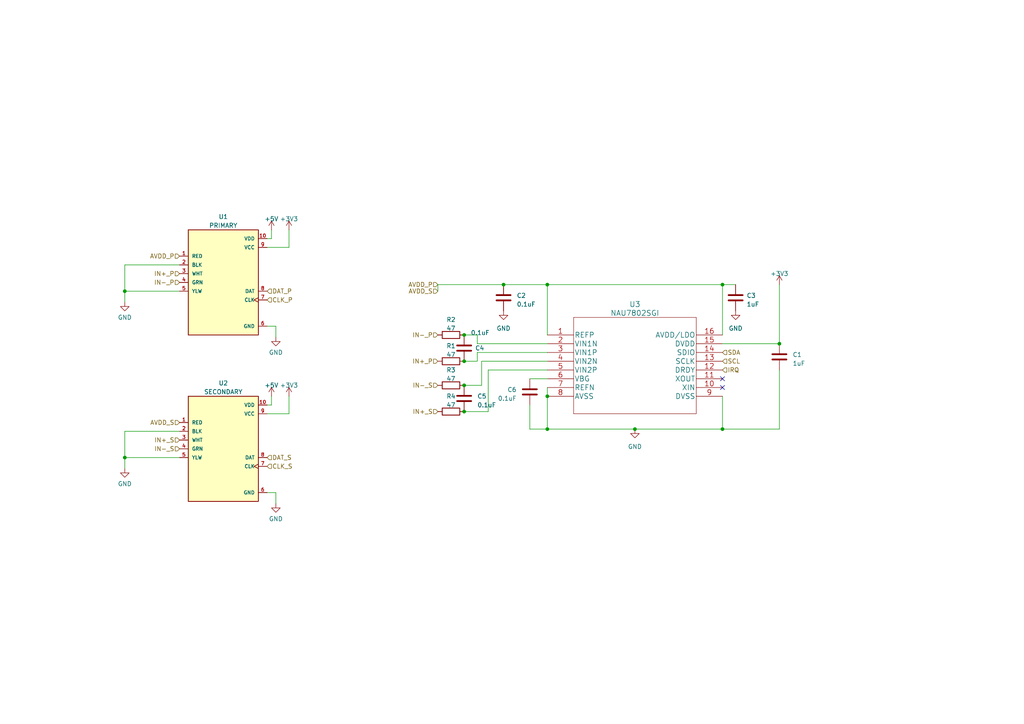
<source format=kicad_sch>
(kicad_sch (version 20230121) (generator eeschema)
  (paper "A4")
  (lib_symbols
    (symbol "Device:C" (pin_numbers hide) (pin_names (offset 0.254))
      (property "Reference" "C" (at 0.635 2.54 0))
      (property "Value" "C" (at 0.635 -2.54 0))
      (symbol "C_0_1"
        (polyline (pts (xy -2.032 -0.762) (xy 2.032 -0.762)) (stroke (width 0.508)))
        (polyline (pts (xy -2.032 0.762) (xy 2.032 0.762)) (stroke (width 0.508)))
      )
      (symbol "C_1_1"
        (pin passive line (at 0 3.81 270) (length 2.794) (name "~") (number "1"))
        (pin passive line (at 0 -3.81 90) (length 2.794) (name "~") (number "2"))
      )
    )
    (symbol "Device:R" (pin_numbers hide) (pin_names (offset 0))
      (property "Reference" "R" (at 2.032 0 90))
      (property "Value" "R" (at 0 0 90))
      (symbol "R_0_1"
        (rectangle (start -1.016 -2.54) (end 1.016 2.54) (stroke (width 0.254)))
      )
      (symbol "R_1_1"
        (pin passive line (at 0 3.81 270) (length 1.27) (name "~") (number "1"))
        (pin passive line (at 0 -3.81 90) (length 1.27) (name "~") (number "2"))
      )
    )
    (symbol "NAU7802SGI:NAU7802SGI" (pin_names (offset 0.254))
      (property "Reference" "U" (at 25.4 10.16 0))
      (property "Value" "NAU7802SGI" (at 25.4 7.62 0))
      (symbol "NAU7802SGI_1_1"
        (polyline (pts (xy 7.62 -22.86) (xy 43.18 -22.86)) (stroke (width 0.127)))
        (polyline (pts (xy 7.62 5.08) (xy 7.62 -22.86)) (stroke (width 0.127)))
        (polyline (pts (xy 43.18 -22.86) (xy 43.18 5.08)) (stroke (width 0.127)))
        (polyline (pts (xy 43.18 5.08) (xy 7.62 5.08)) (stroke (width 0.127)))
        (pin unspecified line (at 0 0 0) (length 7.62) (name "REFP") (number "1"))
        (pin unspecified line (at 50.8 -15.24 180) (length 7.62) (name "XIN") (number "10"))
        (pin output line (at 50.8 -12.7 180) (length 7.62) (name "XOUT") (number "11"))
        (pin unspecified line (at 50.8 -10.16 180) (length 7.62) (name "DRDY") (number "12"))
        (pin unspecified line (at 50.8 -7.62 180) (length 7.62) (name "SCLK") (number "13"))
        (pin unspecified line (at 50.8 -5.08 180) (length 7.62) (name "SDIO") (number "14"))
        (pin power_in line (at 50.8 -2.54 180) (length 7.62) (name "DVDD") (number "15"))
        (pin power_in line (at 50.8 0 180) (length 7.62) (name "AVDD/LDO") (number "16"))
        (pin input line (at 0 -2.54 0) (length 7.62) (name "VIN1N") (number "2"))
        (pin input line (at 0 -5.08 0) (length 7.62) (name "VIN1P") (number "3"))
        (pin input line (at 0 -7.62 0) (length 7.62) (name "VIN2N") (number "4"))
        (pin input line (at 0 -10.16 0) (length 7.62) (name "VIN2P") (number "5"))
        (pin unspecified line (at 0 -12.7 0) (length 7.62) (name "VBG") (number "6"))
        (pin unspecified line (at 0 -15.24 0) (length 7.62) (name "REFN") (number "7"))
        (pin power_in line (at 0 -17.78 0) (length 7.62) (name "AVSS") (number "8"))
        (pin power_in line (at 50.8 -17.78 180) (length 7.62) (name "DVSS") (number "9"))
      )
    )
    (symbol "SEN-13879:SEN-13879" (pin_names (offset 1.016))
      (property "Reference" "U1" (at 0 19.05 0))
      (property "Value" "SEN-13879" (at 0 16.51 0))
      (symbol "SEN-13879_0_0"
        (rectangle (start -10.16 15.24) (end 10.16 -15.24) (stroke (width 0.254)) (fill (type background)))
        (pin bidirectional line (at -12.7 7.62 0) (length 2.54) (name "RED") (number "1"))
        (pin power_in line (at 12.7 12.7 180) (length 2.54) (name "VDD") (number "10"))
        (pin bidirectional line (at -12.7 5.08 0) (length 2.54) (name "BLK") (number "2"))
        (pin input line (at -12.7 2.54 0) (length 2.54) (name "WHT") (number "3"))
        (pin input line (at -12.7 0 0) (length 2.54) (name "GRN") (number "4"))
        (pin bidirectional line (at -12.7 -2.54 0) (length 2.54) (name "YLW") (number "5"))
        (pin power_in line (at 12.7 -12.7 180) (length 2.54) (name "GND") (number "6"))
        (pin input clock (at 12.7 -5.08 180) (length 2.54) (name "CLK") (number "7"))
        (pin output line (at 12.7 -2.54 180) (length 2.54) (name "DAT") (number "8"))
        (pin power_in line (at 12.7 10.16 180) (length 2.54) (name "VCC") (number "9"))
      )
    )
    (symbol "power:+3V3" (power) (pin_names (offset 0))
      (property "Value" "+3V3" (at 0 3.556 0))
      (symbol "+3V3_0_1"
        (polyline (pts (xy -0.762 1.27) (xy 0 2.54)))
        (polyline (pts (xy 0 0) (xy 0 2.54)))
        (polyline (pts (xy 0 2.54) (xy 0.762 1.27)))
      )
      (symbol "+3V3_1_1"
        (pin power_in line (at 0 0 90) (length 0) hide (name "+3V3") (number "1"))
      )
    )
    (symbol "power:+5V" (power) (pin_names (offset 0))
      (property "Value" "+5V" (at 0 3.556 0))
      (symbol "+5V_0_1"
        (polyline (pts (xy -0.762 1.27) (xy 0 2.54)))
        (polyline (pts (xy 0 0) (xy 0 2.54)))
        (polyline (pts (xy 0 2.54) (xy 0.762 1.27)))
      )
      (symbol "+5V_1_1"
        (pin power_in line (at 0 0 90) (length 0) hide (name "+5V") (number "1"))
      )
    )
    (symbol "power:GND" (power) (pin_names (offset 0))
      (property "Value" "GND" (at 0 -3.81 0))
      (symbol "GND_0_1"
        (polyline (pts (xy 0 0) (xy 0 -1.27) (xy 1.27 -1.27) (xy 0 -2.54) (xy -1.27 -1.27) (xy 0 -1.27)))
      )
      (symbol "GND_1_1"
        (pin power_in line (at 0 0 270) (length 0) hide (name "GND") (number "1"))
      )
    )
  )
  (junction (at 146.05 82.55))
  (junction (at 209.55 124.46))
  (junction (at 209.55 82.55))
  (junction (at 158.75 114.935))
  (junction (at 134.62 97.155))
  (junction (at 134.62 111.76))
  (junction (at 36.195 84.455))
  (junction (at 134.62 104.775))
  (junction (at 226.06 99.695))
  (junction (at 134.62 119.38))
  (junction (at 184.15 124.46))
  (junction (at 158.75 124.46))
  (junction (at 36.195 132.715))
  (junction (at 158.75 82.55))
  (no_connect (at 209.55 112.395))
  (no_connect (at 209.55 109.855))
  (wire (pts (xy 138.43 104.775) (xy 134.62 104.775)))
  (wire (pts (xy 138.43 97.155) (xy 134.62 97.155)))
  (wire (pts (xy 36.195 87.63) (xy 36.195 84.455)))
  (wire (pts (xy 141.605 119.38) (xy 134.62 119.38)))
  (wire (pts (xy 36.195 125.095) (xy 36.195 132.715)))
  (wire (pts (xy 158.75 102.235) (xy 138.43 102.235)))
  (wire (pts (xy 36.195 135.89) (xy 36.195 132.715)))
  (wire (pts (xy 83.82 120.015) (xy 77.47 120.015)))
  (wire (pts (xy 139.7 111.76) (xy 134.62 111.76)))
  (wire (pts (xy 158.75 107.315) (xy 141.605 107.315)))
  (wire (pts (xy 36.195 84.455) (xy 52.07 84.455)))
  (wire (pts (xy 83.82 71.755) (xy 77.47 71.755)))
  (wire (pts (xy 80.01 142.875) (xy 77.47 142.875)))
  (wire (pts (xy 78.74 114.935) (xy 78.74 117.475)))
  (wire (pts (xy 158.75 109.855) (xy 153.67 109.855)))
  (wire (pts (xy 78.74 117.475) (xy 77.47 117.475)))
  (wire (pts (xy 209.55 97.155) (xy 209.55 82.55)))
  (wire (pts (xy 78.74 66.675) (xy 78.74 69.215)))
  (wire (pts (xy 138.43 99.695) (xy 138.43 97.155)))
  (wire (pts (xy 153.67 117.475) (xy 153.67 124.46)))
  (wire (pts (xy 139.7 104.775) (xy 139.7 111.76)))
  (wire (pts (xy 158.75 82.55) (xy 209.55 82.55)))
  (wire (pts (xy 226.06 107.315) (xy 226.06 124.46)))
  (wire (pts (xy 52.07 76.835) (xy 36.195 76.835)))
  (wire (pts (xy 36.195 76.835) (xy 36.195 84.455)))
  (wire (pts (xy 213.36 82.55) (xy 209.55 82.55)))
  (wire (pts (xy 80.01 97.79) (xy 80.01 94.615)))
  (wire (pts (xy 153.67 124.46) (xy 158.75 124.46)))
  (wire (pts (xy 52.07 125.095) (xy 36.195 125.095)))
  (wire (pts (xy 158.75 82.55) (xy 158.75 97.155)))
  (wire (pts (xy 209.55 99.695) (xy 226.06 99.695)))
  (wire (pts (xy 80.01 94.615) (xy 77.47 94.615)))
  (wire (pts (xy 226.06 124.46) (xy 209.55 124.46)))
  (wire (pts (xy 158.75 114.935) (xy 158.75 124.46)))
  (wire (pts (xy 83.82 66.675) (xy 83.82 71.755)))
  (wire (pts (xy 139.7 104.775) (xy 158.75 104.775)))
  (wire (pts (xy 127 82.55) (xy 127 84.455)))
  (wire (pts (xy 141.605 107.315) (xy 141.605 119.38)))
  (wire (pts (xy 209.55 124.46) (xy 209.55 114.935)))
  (wire (pts (xy 158.75 124.46) (xy 184.15 124.46)))
  (wire (pts (xy 226.06 82.55) (xy 226.06 99.695)))
  (wire (pts (xy 127 82.55) (xy 146.05 82.55)))
  (wire (pts (xy 158.75 112.395) (xy 158.75 114.935)))
  (wire (pts (xy 83.82 114.935) (xy 83.82 120.015)))
  (wire (pts (xy 146.05 82.55) (xy 158.75 82.55)))
  (wire (pts (xy 36.195 132.715) (xy 52.07 132.715)))
  (wire (pts (xy 78.74 69.215) (xy 77.47 69.215)))
  (wire (pts (xy 138.43 102.235) (xy 138.43 104.775)))
  (wire (pts (xy 158.75 99.695) (xy 138.43 99.695)))
  (wire (pts (xy 80.01 146.05) (xy 80.01 142.875)))
  (wire (pts (xy 184.15 124.46) (xy 209.55 124.46)))
  (hierarchical_label "IN+_P" (shape input) (at 52.07 79.375 180))
  (hierarchical_label "IN+_S" (shape input) (at 127 119.38 180))
  (hierarchical_label "IN-_S" (shape input) (at 127 111.76 180))
  (hierarchical_label "IN-_P" (shape input) (at 52.07 81.915 180))
  (hierarchical_label "AVDD_P" (shape input) (at 52.07 74.295 180))
  (hierarchical_label "IN-_P" (shape input) (at 127 97.155 180))
  (hierarchical_label "IN-_S" (shape input) (at 52.07 130.175 180))
  (hierarchical_label "SCL" (shape input) (at 209.55 104.775 0))
  (hierarchical_label "AVDD_P" (shape input) (at 127 82.55 180))
  (hierarchical_label "SDA" (shape input) (at 209.55 102.235 0))
  (hierarchical_label "IRQ" (shape input) (at 209.55 107.315 0))
  (hierarchical_label "IN+_P" (shape input) (at 127 104.775 180))
  (hierarchical_label "CLK_P" (shape input) (at 77.47 86.995 0))
  (hierarchical_label "IN+_S" (shape input) (at 52.07 127.635 180))
  (hierarchical_label "DAT_S" (shape input) (at 77.47 132.715 0))
  (hierarchical_label "AVDD_S" (shape input) (at 127 84.455 180))
  (hierarchical_label "CLK_S" (shape input) (at 77.47 135.255 0))
  (hierarchical_label "DAT_P" (shape input) (at 77.47 84.455 0))
  (hierarchical_label "AVDD_S" (shape input) (at 52.07 122.555 180))
  (symbol (lib_id "power:+3V3") (at 83.82 66.675 0) (mirror y) (unit 1)
    (property "Reference" "#PWR02" (effects hide))
    (property "Value" "+3V3" (at 83.82 63.5 0))
  )
  (symbol (lib_id "SEN-13879:SEN-13879") (at 64.77 130.175 0) (unit 1)
    (property "Reference" "U2" (at 64.77 111.125 0))
    (property "Value" "SECONDARY" (at 64.77 113.665 0))
    (property "Footprint" "SPARKFUN_SEN-13879" (effects hide))
    (property "STANDARD" "Manufacturer Recommendations" (effects hide))
    (property "MANUFACTURER" "SparkFun" (effects hide))
    (instances (project "backplane-concept" (path "" (reference "U2") (unit 1)) (path "" (reference "U1") (unit 1))))
  )
  (symbol (lib_id "Device:R") (at 130.81 111.76 90) (unit 1)
    (property "Reference" "R3" (at 130.81 107.315 90))
    (property "Value" "47" (at 130.81 109.855 90))
  )
  (symbol (lib_id "Device:R") (at 130.81 119.38 90) (unit 1)
    (property "Reference" "R4" (at 130.81 114.935 90))
    (property "Value" "47" (at 130.81 117.475 90))
  )
  (symbol (lib_id "power:GND") (at 184.15 124.46 0) (unit 1)
    (property "Reference" "#PWR011" (effects hide))
    (property "Value" "GND" (at 184.15 129.54 0))
  )
  (symbol (lib_id "Device:C") (at 226.06 103.505 0) (unit 1)
    (property "Reference" "C1" (at 229.87 102.87 0) (effects (justify left)))
    (property "Value" "1uF" (at 229.87 105.41 0) (effects (justify left)))
  )
  (symbol (lib_id "power:GND") (at 80.01 146.05 0) (unit 1)
    (property "Reference" "#PWR08" (effects hide))
    (property "Value" "GND" (at 80.01 150.495 0))
  )
  (symbol (lib_id "Device:C") (at 134.62 100.965 0) (unit 1)
    (property "Reference" "C4" (at 137.795 100.965 0) (effects (justify left)))
    (property "Value" "0.1uF" (at 136.525 96.52 0) (effects (justify left)))
  )
  (symbol (lib_id "Device:C") (at 213.36 86.36 0) (unit 1)
    (property "Reference" "C3" (at 216.535 85.725 0) (effects (justify left)))
    (property "Value" "1uF" (at 216.535 88.265 0) (effects (justify left)))
  )
  (symbol (lib_id "power:+3V3") (at 226.06 82.55 0) (mirror y) (unit 1)
    (property "Reference" "#PWR010" (effects hide))
    (property "Value" "+3V3" (at 226.06 79.375 0))
  )
  (symbol (lib_id "power:GND") (at 213.36 90.17 0) (unit 1)
    (property "Reference" "#PWR013" (effects hide))
    (property "Value" "GND" (at 213.36 95.25 0))
  )
  (symbol (lib_id "power:+5V") (at 78.74 114.935 0) (unit 1)
    (property "Reference" "#PWR07" (effects hide))
    (property "Value" "+5V" (at 78.74 111.76 0))
  )
  (symbol (lib_id "Device:R") (at 130.81 104.775 90) (unit 1)
    (property "Reference" "R1" (at 130.81 100.33 90))
    (property "Value" "47" (at 130.81 102.87 90))
  )
  (symbol (lib_id "NAU7802SGI:NAU7802SGI") (at 158.75 97.155 0) (unit 1)
    (property "Reference" "U3" (at 184.15 88.265 0) (effects (font (size 1.524 1.524))))
    (property "Value" "NAU7802SGI" (at 184.15 90.805 0) (effects (font (size 1.524 1.524))))
    (property "Footprint" "!footprints:NAU7802SGI" (effects hide))
    (property "Datasheet" "https://www.nuvoton.com/export/resource-files/NAU7802%20Data%20Sheet%20V1.7.pdf" (effects hide))
  )
  (symbol (lib_id "power:GND") (at 36.195 135.89 0) (unit 1)
    (property "Reference" "#PWR06" (effects hide))
    (property "Value" "GND" (at 36.195 140.335 0))
  )
  (symbol (lib_id "Device:C") (at 134.62 115.57 0) (unit 1)
    (property "Reference" "C5" (at 138.43 114.935 0) (effects (justify left)))
    (property "Value" "0.1uF" (at 138.43 117.475 0) (effects (justify left)))
  )
  (symbol (lib_id "SEN-13879:SEN-13879") (at 64.77 81.915 0) (unit 1)
    (property "Reference" "U1" (at 64.77 62.865 0))
    (property "Value" "PRIMARY" (at 64.77 65.405 0))
    (property "Footprint" "SPARKFUN_SEN-13879" (effects hide))
    (property "STANDARD" "Manufacturer Recommendations" (effects hide))
    (property "MANUFACTURER" "SparkFun" (effects hide))
  )
  (symbol (lib_id "power:GND") (at 146.05 90.17 0) (unit 1)
    (property "Reference" "#PWR012" (effects hide))
    (property "Value" "GND" (at 146.05 95.25 0))
  )
  (symbol (lib_id "power:GND") (at 80.01 97.79 0) (unit 1)
    (property "Reference" "#PWR04" (effects hide))
    (property "Value" "GND" (at 80.01 102.235 0))
  )
  (symbol (lib_id "Device:C") (at 146.05 86.36 0) (unit 1)
    (property "Reference" "C2" (at 149.86 85.725 0) (effects (justify left)))
    (property "Value" "0.1uF" (at 149.86 88.265 0) (effects (justify left)))
  )
  (symbol (lib_id "Device:C") (at 153.67 113.665 0) (mirror y) (unit 1)
    (property "Reference" "C6" (at 149.86 113.03 0) (effects (justify left)))
    (property "Value" "0.1uF" (at 149.86 115.57 0) (effects (justify left)))
  )
  (symbol (lib_id "power:+5V") (at 78.74 66.675 0) (unit 1)
    (property "Reference" "#PWR01" (effects hide))
    (property "Value" "+5V" (at 78.74 63.5 0))
  )
  (symbol (lib_id "Device:R") (at 130.81 97.155 90) (unit 1)
    (property "Reference" "R2" (at 130.81 92.71 90))
    (property "Value" "47" (at 130.81 95.25 90))
  )
  (symbol (lib_id "power:+3V3") (at 83.82 114.935 0) (mirror y) (unit 1)
    (property "Reference" "#PWR09" (effects hide))
    (property "Value" "+3V3" (at 83.82 111.76 0))
  )
  (symbol (lib_id "power:GND") (at 36.195 87.63 0) (unit 1)
    (property "Reference" "#PWR05" (effects hide))
    (property "Value" "GND" (at 36.195 92.075 0))
  )
)
</source>
